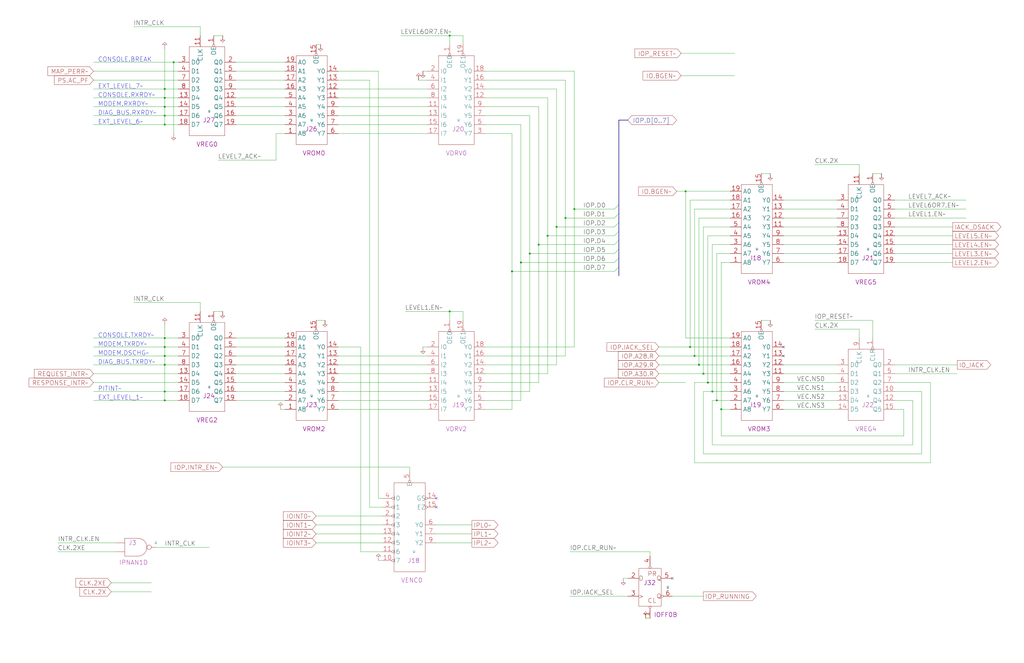
<source format=kicad_sch>
(kicad_sch (version 20220404) (generator eeschema)
  (paper "User" 584.2 378.46)
  (title_block (title "IOP\\nVECTOR GENERATION") (date "22-SEP-90") (rev "2.0") (comment 1 "IOC") (comment 2 "232-003061") (comment 3 "S400") (comment 4 "RELEASED"))
  (lib_symbols
    (symbol "r1000:F00" (pin_numbers hide) (pin_names hide)
      (property "Reference" "U" (at 15.24 0 0))
      (property "Value" "F00" (at 1.905 -5.08 0))
      (property "Location" "___" (at 1.905 0 0))
      (property "Name" "______" (at 2.54 -12.7 0))
      (symbol "F00_0_1"
        (polyline (pts (xy -2.54 -7.62) (xy 5.08 -7.62)) (stroke (width 0.1524)))
        (polyline (pts (xy -2.54 2.54) (xy -2.54 -7.62)) (stroke (width 0.1524)))
        (polyline (pts (xy -2.54 2.54) (xy 5.08 2.54)) (stroke (width 0.1524)))
        (arc (start 5.08 -7.62) (mid 10.1282 -2.54) (end 5.08 2.54) (stroke (width 0.1524)))
        (circle (center 11.43 -2.54) (radius 1.27) (stroke (width 0.1524)))
      )
      (symbol "F00_0_2"
        (circle (center -3.81 -5.08) (radius 1.27) (stroke (width 0.1524)))
        (circle (center -3.81 0) (radius 1.27) (stroke (width 0.1524)))
        (arc (start -3.175 -7.62) (mid -2.134 -2.54) (end -3.175 2.54) (stroke (width 0.1524)))
        (polyline (pts (xy -3.175 -7.62) (xy 3.81 -7.62)) (stroke (width 0.1524)))
        (polyline (pts (xy -3.175 2.54) (xy 3.81 2.54)) (stroke (width 0.1524)))
        (arc (start 3.81 -7.62) (mid 7.5855 -5.8306) (end 10.16 -2.54) (stroke (width 0.1524)))
        (arc (start 10.16 -2.54) (mid 7.5827 0.7471) (end 3.81 2.54) (stroke (width 0.1524)))
      )
      (symbol "F00_1_1"
        (pin input line (at -7.62 0 0) (length 5.08) (name "D0") (number "1"))
        (pin input line (at -7.62 -5.08 0) (length 5.08) (name "D1") (number "2"))
        (pin output line (at 15.24 -2.54 180) (length 2.54) (name "Q") (number "3"))
      )
      (symbol "F00_1_2"
        (pin input line (at -7.62 0 0) (length 2.54) (name "D0") (number "1"))
        (pin input line (at -7.62 -5.08 0) (length 2.54) (name "D1") (number "2"))
        (pin output line (at 15.24 -2.54 180) (length 5.08) (name "Q") (number "3"))
      )
    )
    (symbol "r1000:F148" (pin_names (offset 1.016))
      (property "Reference" "U" (at 2.54 5.08 0))
      (property "Value" "F148" (at -6.35 -5.08 0))
      (property "Location" "___" (at -1.27 0 0))
      (property "Name" "______" (at 1.27 -12.7 0))
      (symbol "F148_1_1"
        (circle (center -9.525 0) (radius 0.635))
        (circle (center -9.525 5.08) (radius 0.635))
        (circle (center -9.525 10.16) (radius 0.635))
        (circle (center -9.525 15.24) (radius 0.635))
        (circle (center -9.525 20.32) (radius 0.635))
        (circle (center -9.525 25.4) (radius 0.635))
        (circle (center -9.525 30.48) (radius 0.635))
        (circle (center -9.525 35.56) (radius 0.635))
        (rectangle (start -8.89 44.45) (end 8.89 -6.35))
        (circle (center 0 45.085) (radius 0.635))
        (circle (center 9.525 30.48) (radius 0.635))
        (circle (center 9.525 35.56) (radius 0.635))
        (pin input line (at -15.24 20.32 0) (length 5.08) (name "I3") (number "1"))
        (pin input line (at -15.24 0 0) (length 5.08) (name "I7") (number "10"))
        (pin input line (at -15.24 5.08 0) (length 5.08) (name "I6") (number "11"))
        (pin input line (at -15.24 10.16 0) (length 5.08) (name "I5") (number "12"))
        (pin input line (at -15.24 15.24 0) (length 5.08) (name "I4") (number "13"))
        (pin output line (at 15.24 35.56 180) (length 5.08) (name "GS") (number "14"))
        (pin output line (at 15.24 30.48 180) (length 5.08) (name "EZ") (number "15"))
        (pin input line (at -15.24 25.4 0) (length 5.08) (name "I2") (number "2"))
        (pin input line (at -15.24 30.48 0) (length 5.08) (name "I1") (number "3"))
        (pin input line (at -15.24 35.56 0) (length 5.08) (name "I0") (number "4"))
        (pin input line (at 0 50.8 270) (length 5.08) (name "E") (number "5"))
        (pin output line (at 15.24 20.32 180) (length 6.35) (name "Y0") (number "6"))
        (pin output line (at 15.24 15.24 180) (length 6.35) (name "Y1") (number "7"))
        (pin output line (at 15.24 10.16 180) (length 6.35) (name "Y2") (number "9"))
      )
    )
    (symbol "r1000:F174" (pin_names (offset 1.016))
      (property "Reference" "U" (at 2.54 5.08 0))
      (property "Value" "F174" (at -3.81 -7.62 0))
      (property "Location" "___" (at -1.27 0 0))
      (property "Name" "______" (at 1.27 -15.24 0))
      (symbol "F174_1_1"
        (rectangle (start -8.89 31.75) (end 11.43 -8.89))
        (circle (center 5.08 32.385) (radius 0.635))
        (pin input line (at 5.08 38.1 270) (length 5.08) (name "CLR") (number "1"))
        (pin output line (at 17.78 7.62 180) (length 6.35) (name "Q3") (number "10"))
        (pin input line (at -15.24 7.62 0) (length 6.35) (name "D3") (number "11"))
        (pin output line (at 17.78 2.54 180) (length 6.35) (name "Q4") (number "12"))
        (pin input line (at -15.24 2.54 0) (length 6.35) (name "D4") (number "13"))
        (pin input line (at -15.24 -2.54 0) (length 6.35) (name "D5") (number "14"))
        (pin output line (at 17.78 -2.54 180) (length 6.35) (name "Q5") (number "15"))
        (pin output line (at 17.78 22.86 180) (length 6.35) (name "Q0") (number "2"))
        (pin input line (at -15.24 22.86 0) (length 6.35) (name "D0") (number "3"))
        (pin input line (at -15.24 17.78 0) (length 6.35) (name "D1") (number "4"))
        (pin output line (at 17.78 17.78 180) (length 6.35) (name "Q1") (number "5"))
        (pin input line (at -15.24 12.7 0) (length 6.35) (name "D2") (number "6"))
        (pin output line (at 17.78 12.7 180) (length 6.35) (name "Q2") (number "7"))
        (pin input line (at -2.54 38.1 270) (length 6.35) (name "CLK") (number "9"))
      )
    )
    (symbol "r1000:F244" (pin_names (offset 1.016))
      (property "Reference" "U" (at 2.54 5.08 0))
      (property "Value" "F244" (at -3.81 -7.62 0))
      (property "Location" "___" (at -1.27 0 0))
      (property "Name" "______" (at 1.27 -15.24 0))
      (symbol "F244_1_1"
        (rectangle (start -8.89 41.91) (end 11.43 -8.89))
        (circle (center -2.54 42.545) (radius 0.635))
        (circle (center 5.08 42.545) (radius 0.635))
        (pin input line (at -2.54 48.26 270) (length 5.08) (name "OE0") (number "1"))
        (pin input line (at -15.24 12.7 0) (length 6.35) (name "I4") (number "11"))
        (pin tri_state line (at 17.78 17.78 180) (length 6.35) (name "Y3") (number "12"))
        (pin input line (at -15.24 7.62 0) (length 6.35) (name "I5") (number "13"))
        (pin tri_state line (at 17.78 22.86 180) (length 6.35) (name "Y2") (number "14"))
        (pin input line (at -15.24 2.54 0) (length 6.35) (name "I6") (number "15"))
        (pin tri_state line (at 17.78 27.94 180) (length 6.35) (name "Y1") (number "16"))
        (pin input line (at -15.24 -2.54 0) (length 6.35) (name "I7") (number "17"))
        (pin tri_state line (at 17.78 33.02 180) (length 6.35) (name "Y0") (number "18"))
        (pin input line (at 5.08 48.26 270) (length 5.08) (name "OE1") (number "19"))
        (pin input line (at -15.24 33.02 0) (length 6.35) (name "I0") (number "2"))
        (pin tri_state line (at 17.78 -2.54 180) (length 6.35) (name "Y7") (number "3"))
        (pin input line (at -15.24 27.94 0) (length 6.35) (name "I1") (number "4"))
        (pin tri_state line (at 17.78 2.54 180) (length 6.35) (name "Y6") (number "5"))
        (pin input line (at -15.24 22.86 0) (length 6.35) (name "I2") (number "6"))
        (pin tri_state line (at 17.78 7.62 180) (length 6.35) (name "Y5") (number "7"))
        (pin input line (at -15.24 17.78 0) (length 6.35) (name "I3") (number "8"))
        (pin tri_state line (at 17.78 12.7 180) (length 6.35) (name "Y4") (number "9"))
      )
    )
    (symbol "r1000:F374" (pin_names (offset 1.016))
      (property "Reference" "U" (at 2.54 5.08 0))
      (property "Value" "F374" (at -3.81 -7.62 0))
      (property "Location" "___" (at -1.27 0 0))
      (property "Name" "______" (at 1.27 -15.24 0))
      (symbol "F374_1_1"
        (rectangle (start -8.89 41.91) (end 11.43 -8.89))
        (circle (center 5.08 42.545) (radius 0.635))
        (pin input line (at 5.08 48.26 270) (length 5.08) (name "OE") (number "1"))
        (pin input line (at -2.54 48.26 270) (length 6.35) (name "CLK") (number "11"))
        (pin tri_state line (at 17.78 12.7 180) (length 6.35) (name "Q4") (number "12"))
        (pin input line (at -15.24 12.7 0) (length 6.35) (name "D4") (number "13"))
        (pin input line (at -15.24 7.62 0) (length 6.35) (name "D5") (number "14"))
        (pin tri_state line (at 17.78 7.62 180) (length 6.35) (name "Q5") (number "15"))
        (pin tri_state line (at 17.78 2.54 180) (length 6.35) (name "Q6") (number "16"))
        (pin input line (at -15.24 2.54 0) (length 6.35) (name "D6") (number "17"))
        (pin input line (at -15.24 -2.54 0) (length 6.35) (name "D7") (number "18"))
        (pin tri_state line (at 17.78 -2.54 180) (length 6.35) (name "Q7") (number "19"))
        (pin tri_state line (at 17.78 33.02 180) (length 6.35) (name "Q0") (number "2"))
        (pin input line (at -15.24 33.02 0) (length 6.35) (name "D0") (number "3"))
        (pin input line (at -15.24 27.94 0) (length 6.35) (name "D1") (number "4"))
        (pin tri_state line (at 17.78 27.94 180) (length 6.35) (name "Q1") (number "5"))
        (pin tri_state line (at 17.78 22.86 180) (length 6.35) (name "Q2") (number "6"))
        (pin input line (at -15.24 22.86 0) (length 6.35) (name "D2") (number "7"))
        (pin input line (at -15.24 17.78 0) (length 6.35) (name "D3") (number "8"))
        (pin tri_state line (at 17.78 17.78 180) (length 6.35) (name "Q3") (number "9"))
      )
    )
    (symbol "r1000:F74" (pin_names (offset 1.016) hide)
      (property "Reference" "U" (at 12.7 -2.54 0))
      (property "Value" "F74" (at -1.27 -5.08 0))
      (property "Location" "___" (at -1.27 0 0))
      (property "Name" "______" (at 11.43 -19.685 0))
      (symbol "F74_0_1"
        (rectangle (start -3.81 8.255) (end 8.89 -13.335) (stroke (width 0.1524)))
        (polyline (pts (xy 2.54 -15.24) (xy 2.54 -14.605)) (stroke (width 0.1524)))
        (polyline (pts (xy 2.54 10.16) (xy 2.54 9.525)) (stroke (width 0.1524)))
      )
      (symbol "F74_1_1"
        (circle (center 2.54 -13.97) (radius 0.635))
        (circle (center 2.54 8.89) (radius 0.635))
        (circle (center 9.525 -7.62) (radius 0.635))
        (text ">" (at -2.54 -7.62 0) (effects (font (size 2.54 2.54))))
        (text "C" (at 2.54 -10.16 0) (effects (font (size 2.54 2.54))))
        (text "D" (at -2.54 2.54 0) (effects (font (size 2.54 2.54))))
        (text "L" (at 5.08 -10.16 0) (effects (font (size 2.54 2.54))))
        (text "P" (at 2.54 5.08 0) (effects (font (size 2.54 2.54))))
        (text "Q" (at 7.62 -7.62 0) (effects (font (size 2.54 2.54))))
        (text "Q" (at 7.62 2.54 0) (effects (font (size 2.54 2.54))))
        (text "R" (at 5.08 5.08 0) (effects (font (size 2.54 2.54))))
        (pin input line (at 2.54 -20.32 90) (length 5.08) (name "CL_") (number "1"))
        (pin input line (at -10.16 2.54 0) (length 6.35) (name "D") (number "2"))
        (pin input line (at -10.16 -7.62 0) (length 6.35) (name "CLK") (number "3"))
        (pin input line (at 2.54 15.24 270) (length 5.08) (name "PR_") (number "4"))
        (pin output line (at 15.24 2.54 180) (length 6.35) (name "Q") (number "5"))
        (pin output line (at 15.24 -7.62 180) (length 5.08) (name "Q_") (number "6"))
      )
    )
    (symbol "r1000:PAxxx" (pin_names (offset 1.016))
      (property "Reference" "U" (at 2.54 5.08 0))
      (property "Value" "PAxxx" (at -3.81 -7.62 0))
      (property "Location" "___" (at -1.27 0 0))
      (property "Name" "______" (at 3.81 -15.24 0))
      (symbol "PAxxx_1_1"
        (rectangle (start -6.35 41.91) (end 11.43 -8.89))
        (circle (center 5.08 42.545) (radius 0.635))
        (pin input line (at -12.7 -2.54 0) (length 6.35) (name "A8") (number "1"))
        (pin tri_state line (at 17.78 17.78 180) (length 6.35) (name "Y3") (number "11"))
        (pin tri_state line (at 17.78 22.86 180) (length 6.35) (name "Y2") (number "12"))
        (pin tri_state line (at 17.78 27.94 180) (length 6.35) (name "Y1") (number "13"))
        (pin tri_state line (at 17.78 33.02 180) (length 6.35) (name "Y0") (number "14"))
        (pin input line (at 5.08 48.26 270) (length 5.08) (name "OE") (number "15"))
        (pin input line (at -12.7 22.86 0) (length 6.35) (name "A3") (number "16"))
        (pin input line (at -12.7 27.94 0) (length 6.35) (name "A2") (number "17"))
        (pin input line (at -12.7 33.02 0) (length 6.35) (name "A1") (number "18"))
        (pin input line (at -12.7 38.1 0) (length 6.35) (name "A0") (number "19"))
        (pin input line (at -12.7 2.54 0) (length 6.35) (name "A7") (number "2"))
        (pin input line (at -12.7 7.62 0) (length 6.35) (name "A6") (number "3"))
        (pin input line (at -12.7 12.7 0) (length 6.35) (name "A5") (number "4"))
        (pin input line (at -12.7 17.78 0) (length 6.35) (name "A4") (number "5"))
        (pin tri_state line (at 17.78 -2.54 180) (length 6.35) (name "Y7") (number "6"))
        (pin tri_state line (at 17.78 2.54 180) (length 6.35) (name "Y6") (number "7"))
        (pin tri_state line (at 17.78 7.62 180) (length 6.35) (name "Y5") (number "8"))
        (pin tri_state line (at 17.78 12.7 180) (length 6.35) (name "Y4") (number "9"))
      )
    )
    (symbol "r1000:PD" (power) (pin_numbers hide) (pin_names hide) (in_bom no)
      (symbol "PD_0_1"
        (polyline (pts (xy 0 -2.54) (xy 1.27 -2.54) (xy 0 -3.81) (xy -1.27 -2.54) (xy 0 -2.54)) (stroke (width 0.1524)))
      )
      (symbol "PD_1_1"
        (pin power_in line (at 0 0 270) (length 2.54) (name "PD") (number "1"))
      )
    )
    (symbol "r1000:PU" (power) (pin_numbers hide) (pin_names hide)
      (symbol "PU_0_1"
        (polyline (pts (xy 0 2.54) (xy -1.27 2.54) (xy 0 3.81) (xy 1.27 2.54) (xy 0 2.54)) (stroke (width 0.1524)))
      )
      (symbol "PU_1_1"
        (pin power_in line (at 0 0 90) (length 2.54) (name "PU") (number "1"))
      )
    )
  )
  (junction (at 256.54 177.8))
  (junction (at 396.24 203.2))
  (junction (at 401.32 213.36))
  (junction (at 297.18 149.86))
  (junction (at 322.58 124.46))
  (junction (at 93.98 228.6))
  (junction (at 93.98 60.96))
  (junction (at 93.98 223.52))
  (junction (at 93.98 71.12))
  (junction (at 403.86 218.44))
  (junction (at 307.34 139.7))
  (junction (at 406.4 223.52))
  (junction (at 398.78 208.28))
  (junction (at 93.98 55.88))
  (junction (at 302.26 144.78))
  (junction (at 327.66 119.38))
  (junction (at 408.94 228.6))
  (junction (at 256.54 20.32))
  (junction (at 93.98 198.12))
  (junction (at 93.98 203.2))
  (junction (at 93.98 208.28))
  (junction (at 93.98 50.8))
  (junction (at 411.48 233.68))
  (junction (at 317.5 129.54))
  (junction (at 99.06 35.56))
  (junction (at 391.16 109.22))
  (junction (at 93.98 66.04))
  (junction (at 312.42 134.62))
  (junction (at 93.98 193.04))
  (junction (at 292.1 154.94))
  (junction (at 393.7 198.12))
  (no_connect (at 447.04 198.12))
  (no_connect (at 248.92 284.48))
  (no_connect (at 248.92 289.56))
  (no_connect (at 447.04 203.2))
  (no_connect (at 383.54 330.2))
  (bus_entry (at 353.06 147.32) (size -2.54 2.54))
  (bus_entry (at 353.06 116.84) (size -2.54 2.54))
  (bus_entry (at 353.06 142.24) (size -2.54 2.54))
  (bus_entry (at 353.06 127) (size -2.54 2.54))
  (bus_entry (at 353.06 121.92) (size -2.54 2.54))
  (bus_entry (at 353.06 132.08) (size -2.54 2.54))
  (bus_entry (at 353.06 137.16) (size -2.54 2.54))
  (bus_entry (at 353.06 152.4) (size -2.54 2.54))
  (wire (pts (xy 510.54 124.46) (xy 551.18 124.46)))
  (wire (pts (xy 447.04 139.7) (xy 477.52 139.7)))
  (wire (pts (xy 406.4 254) (xy 406.4 228.6)))
  (wire (pts (xy 33.02 314.96) (xy 66.04 314.96)))
  (bus (pts (xy 353.06 142.24) (xy 353.06 147.32)))
  (wire (pts (xy 510.54 213.36) (xy 546.1 213.36)))
  (wire (pts (xy 256.54 177.8) (xy 256.54 182.88)))
  (wire (pts (xy 134.62 66.04) (xy 162.56 66.04)))
  (wire (pts (xy 510.54 134.62) (xy 543.56 134.62)))
  (wire (pts (xy 447.04 149.86) (xy 477.52 149.86)))
  (wire (pts (xy 210.82 289.56) (xy 218.44 289.56)))
  (wire (pts (xy 510.54 114.3) (xy 551.18 114.3)))
  (wire (pts (xy 510.54 129.54) (xy 543.56 129.54)))
  (wire (pts (xy 193.04 45.72) (xy 210.82 45.72)))
  (wire (pts (xy 317.5 208.28) (xy 317.5 129.54)))
  (wire (pts (xy 327.66 198.12) (xy 327.66 119.38)))
  (wire (pts (xy 434.34 182.88) (xy 439.42 182.88)))
  (bus (pts (xy 353.06 121.92) (xy 353.06 127)))
  (wire (pts (xy 447.04 233.68) (xy 477.52 233.68)))
  (wire (pts (xy 134.62 223.52) (xy 162.56 223.52)))
  (wire (pts (xy 391.16 109.22) (xy 416.56 109.22)))
  (wire (pts (xy 375.92 218.44) (xy 391.16 218.44)))
  (wire (pts (xy 388.62 43.18) (xy 419.1 43.18)))
  (wire (pts (xy 396.24 119.38) (xy 396.24 203.2)))
  (wire (pts (xy 53.34 193.04) (xy 93.98 193.04)))
  (wire (pts (xy 297.18 228.6) (xy 297.18 149.86)))
  (wire (pts (xy 447.04 218.44) (xy 477.52 218.44)))
  (wire (pts (xy 248.92 299.72) (xy 269.24 299.72)))
  (wire (pts (xy 327.66 40.64) (xy 327.66 119.38)))
  (wire (pts (xy 510.54 149.86) (xy 543.56 149.86)))
  (wire (pts (xy 180.34 294.64) (xy 218.44 294.64)))
  (wire (pts (xy 231.14 177.8) (xy 256.54 177.8)))
  (wire (pts (xy 53.34 66.04) (xy 93.98 66.04)))
  (wire (pts (xy 76.2 15.24) (xy 114.3 15.24)))
  (wire (pts (xy 88.9 312.42) (xy 119.38 312.42)))
  (wire (pts (xy 53.34 50.8) (xy 93.98 50.8)))
  (wire (pts (xy 447.04 114.3) (xy 477.52 114.3)))
  (wire (pts (xy 350.52 144.78) (xy 302.26 144.78)))
  (wire (pts (xy 193.04 228.6) (xy 243.84 228.6)))
  (wire (pts (xy 134.62 55.88) (xy 162.56 55.88)))
  (wire (pts (xy 193.04 203.2) (xy 243.84 203.2)))
  (wire (pts (xy 391.16 109.22) (xy 391.16 193.04)))
  (wire (pts (xy 134.62 213.36) (xy 162.56 213.36)))
  (wire (pts (xy 408.94 144.78) (xy 416.56 144.78)))
  (wire (pts (xy 297.18 71.12) (xy 297.18 149.86)))
  (wire (pts (xy 193.04 66.04) (xy 243.84 66.04)))
  (wire (pts (xy 355.6 330.2) (xy 358.14 330.2)))
  (wire (pts (xy 307.34 60.96) (xy 307.34 139.7)))
  (wire (pts (xy 447.04 129.54) (xy 477.52 129.54)))
  (bus (pts (xy 353.06 137.16) (xy 353.06 142.24)))
  (wire (pts (xy 53.34 40.64) (xy 101.6 40.64)))
  (wire (pts (xy 53.34 198.12) (xy 93.98 198.12)))
  (wire (pts (xy 276.86 218.44) (xy 307.34 218.44)))
  (wire (pts (xy 93.98 50.8) (xy 101.6 50.8)))
  (wire (pts (xy 312.42 134.62) (xy 312.42 55.88)))
  (bus (pts (xy 353.06 132.08) (xy 353.06 137.16)))
  (wire (pts (xy 464.82 93.98) (xy 490.22 93.98)))
  (wire (pts (xy 157.48 91.44) (xy 157.48 76.2)))
  (wire (pts (xy 76.2 172.72) (xy 114.3 172.72)))
  (wire (pts (xy 180.34 25.4) (xy 182.88 25.4)))
  (wire (pts (xy 530.86 264.16) (xy 396.24 264.16)))
  (wire (pts (xy 447.04 213.36) (xy 477.52 213.36)))
  (wire (pts (xy 134.62 71.12) (xy 162.56 71.12)))
  (wire (pts (xy 383.54 340.36) (xy 401.32 340.36)))
  (wire (pts (xy 302.26 144.78) (xy 302.26 223.52)))
  (wire (pts (xy 121.92 20.32) (xy 127 20.32)))
  (wire (pts (xy 276.86 55.88) (xy 312.42 55.88)))
  (wire (pts (xy 276.86 208.28) (xy 317.5 208.28)))
  (wire (pts (xy 93.98 71.12) (xy 101.6 71.12)))
  (wire (pts (xy 93.98 208.28) (xy 93.98 223.52)))
  (wire (pts (xy 256.54 20.32) (xy 264.16 20.32)))
  (bus (pts (xy 353.06 68.58) (xy 358.14 68.58)))
  (wire (pts (xy 193.04 55.88) (xy 243.84 55.88)))
  (wire (pts (xy 193.04 233.68) (xy 243.84 233.68)))
  (wire (pts (xy 276.86 50.8) (xy 317.5 50.8)))
  (wire (pts (xy 447.04 208.28) (xy 477.52 208.28)))
  (wire (pts (xy 193.04 50.8) (xy 243.84 50.8)))
  (wire (pts (xy 398.78 124.46) (xy 416.56 124.46)))
  (wire (pts (xy 264.16 177.8) (xy 264.16 182.88)))
  (wire (pts (xy 403.86 218.44) (xy 416.56 218.44)))
  (wire (pts (xy 403.86 218.44) (xy 403.86 134.62)))
  (wire (pts (xy 53.34 35.56) (xy 99.06 35.56)))
  (wire (pts (xy 63.5 332.74) (xy 86.36 332.74)))
  (wire (pts (xy 411.48 248.92) (xy 411.48 233.68)))
  (wire (pts (xy 416.56 114.3) (xy 393.7 114.3)))
  (bus (pts (xy 353.06 68.58) (xy 353.06 116.84)))
  (wire (pts (xy 93.98 203.2) (xy 93.98 208.28)))
  (wire (pts (xy 447.04 144.78) (xy 477.52 144.78)))
  (wire (pts (xy 180.34 182.88) (xy 185.42 182.88)))
  (wire (pts (xy 276.86 60.96) (xy 307.34 60.96)))
  (wire (pts (xy 510.54 119.38) (xy 551.18 119.38)))
  (wire (pts (xy 93.98 60.96) (xy 93.98 66.04)))
  (wire (pts (xy 401.32 129.54) (xy 401.32 213.36)))
  (wire (pts (xy 134.62 35.56) (xy 162.56 35.56)))
  (wire (pts (xy 510.54 223.52) (xy 525.78 223.52)))
  (wire (pts (xy 93.98 55.88) (xy 93.98 60.96)))
  (wire (pts (xy 350.52 134.62) (xy 312.42 134.62)))
  (wire (pts (xy 93.98 66.04) (xy 101.6 66.04)))
  (wire (pts (xy 307.34 218.44) (xy 307.34 139.7)))
  (wire (pts (xy 93.98 193.04) (xy 93.98 198.12)))
  (wire (pts (xy 322.58 45.72) (xy 276.86 45.72)))
  (wire (pts (xy 63.5 337.82) (xy 86.36 337.82)))
  (wire (pts (xy 233.68 266.7) (xy 233.68 269.24)))
  (wire (pts (xy 322.58 124.46) (xy 322.58 203.2)))
  (wire (pts (xy 134.62 203.2) (xy 162.56 203.2)))
  (wire (pts (xy 375.92 208.28) (xy 398.78 208.28)))
  (wire (pts (xy 396.24 218.44) (xy 403.86 218.44)))
  (wire (pts (xy 447.04 124.46) (xy 477.52 124.46)))
  (wire (pts (xy 350.52 124.46) (xy 322.58 124.46)))
  (wire (pts (xy 297.18 149.86) (xy 350.52 149.86)))
  (wire (pts (xy 180.34 309.88) (xy 218.44 309.88)))
  (wire (pts (xy 292.1 233.68) (xy 276.86 233.68)))
  (wire (pts (xy 248.92 304.8) (xy 269.24 304.8)))
  (wire (pts (xy 53.34 203.2) (xy 93.98 203.2)))
  (wire (pts (xy 121.92 177.8) (xy 127 177.8)))
  (wire (pts (xy 134.62 218.44) (xy 162.56 218.44)))
  (wire (pts (xy 520.7 254) (xy 406.4 254)))
  (wire (pts (xy 127 266.7) (xy 233.68 266.7)))
  (wire (pts (xy 398.78 208.28) (xy 416.56 208.28)))
  (wire (pts (xy 312.42 134.62) (xy 312.42 213.36)))
  (wire (pts (xy 396.24 264.16) (xy 396.24 218.44)))
  (wire (pts (xy 317.5 129.54) (xy 350.52 129.54)))
  (wire (pts (xy 134.62 40.64) (xy 162.56 40.64)))
  (wire (pts (xy 205.74 198.12) (xy 205.74 314.96)))
  (wire (pts (xy 93.98 50.8) (xy 93.98 55.88)))
  (wire (pts (xy 53.34 55.88) (xy 93.98 55.88)))
  (wire (pts (xy 317.5 50.8) (xy 317.5 129.54)))
  (wire (pts (xy 302.26 66.04) (xy 276.86 66.04)))
  (wire (pts (xy 180.34 304.8) (xy 218.44 304.8)))
  (wire (pts (xy 411.48 233.68) (xy 416.56 233.68)))
  (wire (pts (xy 93.98 60.96) (xy 101.6 60.96)))
  (wire (pts (xy 134.62 198.12) (xy 162.56 198.12)))
  (wire (pts (xy 292.1 76.2) (xy 276.86 76.2)))
  (wire (pts (xy 403.86 134.62) (xy 416.56 134.62)))
  (wire (pts (xy 302.26 223.52) (xy 276.86 223.52)))
  (wire (pts (xy 241.3 198.12) (xy 243.84 198.12)))
  (wire (pts (xy 215.9 320.04) (xy 218.44 320.04)))
  (wire (pts (xy 401.32 213.36) (xy 416.56 213.36)))
  (wire (pts (xy 193.04 198.12) (xy 205.74 198.12)))
  (wire (pts (xy 53.34 228.6) (xy 93.98 228.6)))
  (wire (pts (xy 525.78 223.52) (xy 525.78 259.08)))
  (wire (pts (xy 53.34 223.52) (xy 93.98 223.52)))
  (wire (pts (xy 398.78 208.28) (xy 398.78 124.46)))
  (wire (pts (xy 325.12 340.36) (xy 358.14 340.36)))
  (wire (pts (xy 325.12 314.96) (xy 370.84 314.96)))
  (wire (pts (xy 515.62 248.92) (xy 411.48 248.92)))
  (wire (pts (xy 447.04 223.52) (xy 477.52 223.52)))
  (wire (pts (xy 510.54 228.6) (xy 520.7 228.6)))
  (wire (pts (xy 193.04 208.28) (xy 243.84 208.28)))
  (wire (pts (xy 241.3 40.64) (xy 243.84 40.64)))
  (wire (pts (xy 510.54 144.78) (xy 543.56 144.78)))
  (wire (pts (xy 490.22 93.98) (xy 490.22 99.06)))
  (wire (pts (xy 411.48 149.86) (xy 411.48 233.68)))
  (wire (pts (xy 406.4 228.6) (xy 408.94 228.6)))
  (wire (pts (xy 370.84 314.96) (xy 370.84 317.5)))
  (wire (pts (xy 264.16 20.32) (xy 264.16 25.4)))
  (wire (pts (xy 416.56 139.7) (xy 406.4 139.7)))
  (wire (pts (xy 93.98 193.04) (xy 101.6 193.04)))
  (wire (pts (xy 312.42 213.36) (xy 276.86 213.36)))
  (wire (pts (xy 396.24 203.2) (xy 416.56 203.2)))
  (wire (pts (xy 408.94 228.6) (xy 416.56 228.6)))
  (wire (pts (xy 93.98 208.28) (xy 101.6 208.28)))
  (wire (pts (xy 302.26 144.78) (xy 302.26 66.04)))
  (wire (pts (xy 408.94 228.6) (xy 408.94 144.78)))
  (wire (pts (xy 393.7 114.3) (xy 393.7 198.12)))
  (wire (pts (xy 515.62 233.68) (xy 515.62 248.92)))
  (bus (pts (xy 353.06 152.4) (xy 353.06 157.48)))
  (wire (pts (xy 416.56 149.86) (xy 411.48 149.86)))
  (wire (pts (xy 193.04 71.12) (xy 243.84 71.12)))
  (wire (pts (xy 322.58 203.2) (xy 276.86 203.2)))
  (wire (pts (xy 193.04 213.36) (xy 243.84 213.36)))
  (wire (pts (xy 464.82 187.96) (xy 490.22 187.96)))
  (wire (pts (xy 53.34 71.12) (xy 93.98 71.12)))
  (wire (pts (xy 193.04 76.2) (xy 243.84 76.2)))
  (wire (pts (xy 510.54 139.7) (xy 543.56 139.7)))
  (wire (pts (xy 391.16 193.04) (xy 416.56 193.04)))
  (wire (pts (xy 307.34 139.7) (xy 350.52 139.7)))
  (wire (pts (xy 350.52 154.94) (xy 292.1 154.94)))
  (wire (pts (xy 434.34 99.06) (xy 439.42 99.06)))
  (wire (pts (xy 276.86 71.12) (xy 297.18 71.12)))
  (wire (pts (xy 525.78 259.08) (xy 401.32 259.08)))
  (wire (pts (xy 292.1 154.94) (xy 292.1 76.2)))
  (wire (pts (xy 388.62 30.48) (xy 419.1 30.48)))
  (wire (pts (xy 416.56 119.38) (xy 396.24 119.38)))
  (wire (pts (xy 375.92 213.36) (xy 401.32 213.36)))
  (wire (pts (xy 134.62 45.72) (xy 162.56 45.72)))
  (wire (pts (xy 180.34 299.72) (xy 218.44 299.72)))
  (wire (pts (xy 93.98 198.12) (xy 93.98 203.2)))
  (wire (pts (xy 114.3 172.72) (xy 114.3 177.8)))
  (wire (pts (xy 93.98 55.88) (xy 101.6 55.88)))
  (wire (pts (xy 393.7 198.12) (xy 416.56 198.12)))
  (wire (pts (xy 93.98 185.42) (xy 93.98 193.04)))
  (wire (pts (xy 447.04 134.62) (xy 477.52 134.62)))
  (wire (pts (xy 276.86 198.12) (xy 327.66 198.12)))
  (wire (pts (xy 93.98 203.2) (xy 101.6 203.2)))
  (wire (pts (xy 401.32 259.08) (xy 401.32 223.52)))
  (wire (pts (xy 134.62 228.6) (xy 162.56 228.6)))
  (wire (pts (xy 210.82 45.72) (xy 210.82 289.56)))
  (wire (pts (xy 375.92 198.12) (xy 393.7 198.12)))
  (wire (pts (xy 510.54 208.28) (xy 546.1 208.28)))
  (wire (pts (xy 406.4 139.7) (xy 406.4 223.52)))
  (wire (pts (xy 228.6 20.32) (xy 256.54 20.32)))
  (wire (pts (xy 53.34 45.72) (xy 101.6 45.72)))
  (wire (pts (xy 53.34 213.36) (xy 101.6 213.36)))
  (wire (pts (xy 401.32 223.52) (xy 406.4 223.52)))
  (wire (pts (xy 520.7 228.6) (xy 520.7 254)))
  (wire (pts (xy 215.9 40.64) (xy 215.9 284.48)))
  (wire (pts (xy 33.02 309.88) (xy 66.04 309.88)))
  (wire (pts (xy 53.34 208.28) (xy 93.98 208.28)))
  (wire (pts (xy 256.54 20.32) (xy 256.54 25.4)))
  (bus (pts (xy 353.06 116.84) (xy 353.06 121.92)))
  (wire (pts (xy 157.48 76.2) (xy 162.56 76.2)))
  (wire (pts (xy 93.98 228.6) (xy 101.6 228.6)))
  (bus (pts (xy 353.06 127) (xy 353.06 132.08)))
  (wire (pts (xy 53.34 218.44) (xy 101.6 218.44)))
  (wire (pts (xy 497.84 99.06) (xy 502.92 99.06)))
  (wire (pts (xy 193.04 40.64) (xy 215.9 40.64)))
  (wire (pts (xy 497.84 182.88) (xy 497.84 193.04)))
  (wire (pts (xy 193.04 218.44) (xy 243.84 218.44)))
  (wire (pts (xy 193.04 223.52) (xy 243.84 223.52)))
  (wire (pts (xy 134.62 60.96) (xy 162.56 60.96)))
  (wire (pts (xy 215.9 284.48) (xy 218.44 284.48)))
  (wire (pts (xy 510.54 218.44) (xy 530.86 218.44)))
  (wire (pts (xy 93.98 223.52) (xy 101.6 223.52)))
  (wire (pts (xy 447.04 228.6) (xy 477.52 228.6)))
  (wire (pts (xy 292.1 154.94) (xy 292.1 233.68)))
  (wire (pts (xy 193.04 60.96) (xy 243.84 60.96)))
  (wire (pts (xy 530.86 218.44) (xy 530.86 264.16)))
  (wire (pts (xy 276.86 40.64) (xy 327.66 40.64)))
  (wire (pts (xy 93.98 198.12) (xy 101.6 198.12)))
  (wire (pts (xy 124.46 91.44) (xy 157.48 91.44)))
  (wire (pts (xy 53.34 60.96) (xy 93.98 60.96)))
  (wire (pts (xy 93.98 66.04) (xy 93.98 71.12)))
  (wire (pts (xy 447.04 119.38) (xy 477.52 119.38)))
  (wire (pts (xy 386.08 109.22) (xy 391.16 109.22)))
  (wire (pts (xy 99.06 35.56) (xy 99.06 76.2)))
  (wire (pts (xy 406.4 223.52) (xy 416.56 223.52)))
  (wire (pts (xy 276.86 228.6) (xy 297.18 228.6)))
  (wire (pts (xy 93.98 27.94) (xy 93.98 50.8)))
  (wire (pts (xy 134.62 193.04) (xy 162.56 193.04)))
  (wire (pts (xy 205.74 314.96) (xy 218.44 314.96)))
  (wire (pts (xy 368.3 353.06) (xy 370.84 353.06)))
  (wire (pts (xy 327.66 119.38) (xy 350.52 119.38)))
  (wire (pts (xy 99.06 35.56) (xy 101.6 35.56)))
  (wire (pts (xy 93.98 223.52) (xy 93.98 228.6)))
  (wire (pts (xy 322.58 124.46) (xy 322.58 45.72)))
  (wire (pts (xy 248.92 309.88) (xy 269.24 309.88)))
  (wire (pts (xy 134.62 50.8) (xy 162.56 50.8)))
  (wire (pts (xy 510.54 233.68) (xy 515.62 233.68)))
  (wire (pts (xy 160.02 233.68) (xy 162.56 233.68)))
  (wire (pts (xy 114.3 15.24) (xy 114.3 20.32)))
  (wire (pts (xy 238.76 45.72) (xy 243.84 45.72)))
  (wire (pts (xy 256.54 177.8) (xy 264.16 177.8)))
  (wire (pts (xy 416.56 129.54) (xy 401.32 129.54)))
  (wire (pts (xy 134.62 208.28) (xy 162.56 208.28)))
  (wire (pts (xy 490.22 187.96) (xy 490.22 193.04)))
  (wire (pts (xy 464.82 182.88) (xy 497.84 182.88)))
  (bus (pts (xy 353.06 147.32) (xy 353.06 152.4)))
  (wire (pts (xy 375.92 203.2) (xy 396.24 203.2)))
  (text "CONSOLE.TXRDY~" (at 55.88 193.04 0) (effects (font (size 2.54 2.54)) (justify left bottom)))
  (text "CONSOLE.RXRDY~" (at 55.88 55.88 0) (effects (font (size 2.54 2.54)) (justify left bottom)))
  (text "EXT_LEVEL_7~" (at 55.88 50.8 0) (effects (font (size 2.54 2.54)) (justify left bottom)))
  (text "PITINT~" (at 55.88 223.52 0) (effects (font (size 2.54 2.54)) (justify left bottom)))
  (text "DIAG_BUS.TXRDY~" (at 55.88 208.28 0) (effects (font (size 2.54 2.54)) (justify left bottom)))
  (text "MODEM.TXRDY~" (at 55.88 198.12 0) (effects (font (size 2.54 2.54)) (justify left bottom)))
  (text "EXT_LEVEL_1~" (at 55.88 228.6 0) (effects (font (size 2.54 2.54)) (justify left bottom)))
  (text "CONSOLE.BREAK" (at 55.88 35.56 0) (effects (font (size 2.54 2.54)) (justify left bottom)))
  (text "MODEM.RXRDY~" (at 55.88 60.96 0) (effects (font (size 2.54 2.54)) (justify left bottom)))
  (text "MODEM.DSCHG~" (at 55.88 203.2 0) (effects (font (size 2.54 2.54)) (justify left bottom)))
  (text "EXT_LEVEL_6~" (at 55.88 71.12 0) (effects (font (size 2.54 2.54)) (justify left bottom)))
  (text "DIAG_BUS.RXRDY~" (at 55.88 66.04 0) (effects (font (size 2.54 2.54)) (justify left bottom)))
  (label "VEC.NS2" (at 454.66 228.6 0) (effects (font (size 2.54 2.54))))
  (label "INTR_CLK" (at 93.98 312.42 0) (effects (font (size 2.54 2.54))))
  (label "CLK.2X" (at 464.82 93.98 0) (effects (font (size 2.54 2.54))))
  (label "IOP.D3" (at 332.74 134.62 0) (effects (font (size 2.54 2.54))))
  (label "INTR_CLK" (at 76.2 172.72 0) (effects (font (size 2.54 2.54))))
  (label "INTR_CLK" (at 76.2 15.24 0) (effects (font (size 2.54 2.54))))
  (label "LEVEL7_ACK~" (at 124.46 91.44 0) (effects (font (size 2.54 2.54))))
  (label "LEVEL1.EN~" (at 518.16 124.46 0) (effects (font (size 2.54 2.54))))
  (label "LEVEL6OR7.EN~" (at 518.16 119.38 0) (effects (font (size 2.54 2.54))))
  (label "VEC.NS1" (at 454.66 223.52 0) (effects (font (size 2.54 2.54))))
  (label "VEC.NS3" (at 454.66 233.68 0) (effects (font (size 2.54 2.54))))
  (label "IOP.D2" (at 332.74 129.54 0) (effects (font (size 2.54 2.54))))
  (label "IOP.IACK_SEL" (at 325.12 340.36 0) (effects (font (size 2.54 2.54))))
  (label "IOP_RESET~" (at 464.82 182.88 0) (effects (font (size 2.54 2.54))))
  (label "LEVEL7_ACK~" (at 518.16 114.3 0) (effects (font (size 2.54 2.54))))
  (label "IOP.D4" (at 332.74 139.7 0) (effects (font (size 2.54 2.54))))
  (label "INTR_CLK.EN" (at 33.02 309.88 0) (effects (font (size 2.54 2.54))))
  (label "LEVEL1.EN~" (at 231.14 177.8 0) (effects (font (size 2.54 2.54))))
  (label "INTR_CLK.EN" (at 518.16 213.36 0) (effects (font (size 2.54 2.54))))
  (label "LEVEL6OR7.EN~" (at 228.6 20.32 0) (effects (font (size 2.54 2.54))))
  (label "VEC.NS0" (at 454.66 218.44 0) (effects (font (size 2.54 2.54))))
  (label "CLK.2X" (at 464.82 187.96 0) (effects (font (size 2.54 2.54))))
  (label "IOP.D7" (at 332.74 154.94 0) (effects (font (size 2.54 2.54))))
  (label "IOP.D0" (at 332.74 119.38 0) (effects (font (size 2.54 2.54))))
  (label "CLK.2XE" (at 33.02 314.96 0) (effects (font (size 2.54 2.54))))
  (label "IOP.CLR_RUN~" (at 325.12 314.96 0) (effects (font (size 2.54 2.54))))
  (label "IOP.D5" (at 332.74 144.78 0) (effects (font (size 2.54 2.54))))
  (label "IOP.D6" (at 332.74 149.86 0) (effects (font (size 2.54 2.54))))
  (label "IOP.D1" (at 332.74 124.46 0) (effects (font (size 2.54 2.54))))
  (global_label "IPL0~" (shape output) (at 269.24 299.72 0) (effects (font (size 2.54 2.54))) (property "Intersheet References" "${INTERSHEET_REFS}" (at 284.486 299.5613 0) (effects (font (size 1.905 1.905)) (justify left))))
  (global_label "IPL1~" (shape output) (at 269.24 304.8 0) (effects (font (size 2.54 2.54))) (property "Intersheet References" "${INTERSHEET_REFS}" (at 284.486 304.6413 0) (effects (font (size 1.905 1.905)) (justify left))))
  (global_label "IOINT1~" (shape input) (at 180.34 299.72 180) (effects (font (size 2.54 2.54))) (property "Intersheet References" "${INTERSHEET_REFS}" (at 161.2235 299.5613 0) (effects (font (size 1.905 1.905)) (justify right))))
  (global_label "LEVEL4.EN~" (shape output) (at 543.56 139.7 0) (effects (font (size 2.54 2.54))) (property "Intersheet References" "${INTERSHEET_REFS}" (at 570.0546 139.5413 0) (effects (font (size 1.905 1.905)) (justify left))))
  (global_label "IOP.IACK_SEL" (shape input) (at 375.92 198.12 180) (effects (font (size 2.54 2.54))) (property "Intersheet References" "${INTERSHEET_REFS}" (at 345.9178 197.9613 0) (effects (font (size 1.905 1.905)) (justify right))))
  (global_label "RESPONSE_INTR~" (shape input) (at 53.34 218.44 180) (effects (font (size 2.54 2.54))) (property "Intersheet References" "${INTERSHEET_REFS}" (at 16.2016 218.2813 0) (effects (font (size 1.905 1.905)) (justify right))))
  (global_label "IOINT3~" (shape input) (at 180.34 309.88 180) (effects (font (size 2.54 2.54))) (property "Intersheet References" "${INTERSHEET_REFS}" (at 161.2235 309.7213 0) (effects (font (size 1.905 1.905)) (justify right))))
  (global_label "IO.BGEN~" (shape input) (at 388.62 43.18 180) (effects (font (size 2.54 2.54))) (property "Intersheet References" "${INTERSHEET_REFS}" (at 366.4797 43.0213 0) (effects (font (size 1.905 1.905)) (justify right))))
  (global_label "CLK.2X" (shape input) (at 63.5 337.82 180) (effects (font (size 2.54 2.54))) (property "Intersheet References" "${INTERSHEET_REFS}" (at 38.9406 337.6613 0) (effects (font (size 1.905 1.905)) (justify right))))
  (global_label "LEVEL3.EN~" (shape output) (at 543.56 144.78 0) (effects (font (size 2.54 2.54))) (property "Intersheet References" "${INTERSHEET_REFS}" (at 570.0546 144.6213 0) (effects (font (size 1.905 1.905)) (justify left))))
  (global_label "CLK.2XE" (shape input) (at 63.5 332.74 180) (effects (font (size 2.54 2.54))) (property "Intersheet References" "${INTERSHEET_REFS}" (at 36.6425 332.5813 0) (effects (font (size 1.905 1.905)) (justify right))))
  (global_label "IOP_RUNNING" (shape output) (at 401.32 340.36 0) (effects (font (size 2.54 2.54))) (property "Intersheet References" "${INTERSHEET_REFS}" (at 431.806 340.2013 0) (effects (font (size 1.905 1.905)) (justify left))))
  (global_label "IPL2~" (shape output) (at 269.24 309.88 0) (effects (font (size 2.54 2.54))) (property "Intersheet References" "${INTERSHEET_REFS}" (at 284.486 309.7213 0) (effects (font (size 1.905 1.905)) (justify left))))
  (global_label "IOP.A29.R" (shape input) (at 375.92 208.28 180) (effects (font (size 2.54 2.54))) (property "Intersheet References" "${INTERSHEET_REFS}" (at 352.3282 208.1213 0) (effects (font (size 1.905 1.905)) (justify right))))
  (global_label "IOP.INTR_EN~" (shape input) (at 127 266.7 180) (effects (font (size 2.54 2.54))) (property "Intersheet References" "${INTERSHEET_REFS}" (at 97.1187 266.5413 0) (effects (font (size 1.905 1.905)) (justify right))))
  (global_label "PS.AC_PF" (shape input) (at 53.34 45.72 180) (effects (font (size 2.54 2.54))) (property "Intersheet References" "${INTERSHEET_REFS}" (at 30.5949 45.5613 0) (effects (font (size 1.905 1.905)) (justify right))))
  (global_label "LEVEL5.EN~" (shape output) (at 543.56 134.62 0) (effects (font (size 2.54 2.54))) (property "Intersheet References" "${INTERSHEET_REFS}" (at 570.0546 134.4613 0) (effects (font (size 1.905 1.905)) (justify left))))
  (global_label "IOP.A28.R" (shape input) (at 375.92 203.2 180) (effects (font (size 2.54 2.54))) (property "Intersheet References" "${INTERSHEET_REFS}" (at 352.3282 203.0413 0) (effects (font (size 1.905 1.905)) (justify right))))
  (global_label "IOP.D[0..7]" (shape bidirectional) (at 358.14 68.58 0) (effects (font (size 2.54 2.54))) (property "Intersheet References" "${INTERSHEET_REFS}" (at 384.1508 68.4213 0) (effects (font (size 1.905 1.905)) (justify left))))
  (global_label "IOP_RESET~" (shape input) (at 388.62 30.48 180) (effects (font (size 2.54 2.54))) (property "Intersheet References" "${INTERSHEET_REFS}" (at 361.7625 30.3213 0) (effects (font (size 1.905 1.905)) (justify right))))
  (global_label "LEVEL2.EN~" (shape output) (at 543.56 149.86 0) (effects (font (size 2.54 2.54))) (property "Intersheet References" "${INTERSHEET_REFS}" (at 570.0546 149.7013 0) (effects (font (size 1.905 1.905)) (justify left))))
  (global_label "REQUEST_INTR~" (shape input) (at 53.34 213.36 180) (effects (font (size 2.54 2.54))) (property "Intersheet References" "${INTERSHEET_REFS}" (at 19.2254 213.2013 0) (effects (font (size 1.905 1.905)) (justify right))))
  (global_label "IOP.CLR_RUN~" (shape input) (at 375.92 218.44 180) (effects (font (size 2.54 2.54))) (property "Intersheet References" "${INTERSHEET_REFS}" (at 344.3454 218.2813 0) (effects (font (size 1.905 1.905)) (justify right))))
  (global_label "MAP_PERR~" (shape input) (at 53.34 40.64 180) (effects (font (size 2.54 2.54))) (property "Intersheet References" "${INTERSHEET_REFS}" (at 26.8454 40.4813 0) (effects (font (size 1.905 1.905)) (justify right))))
  (global_label "IO.BGEN~" (shape input) (at 386.08 109.22 180) (effects (font (size 2.54 2.54))) (property "Intersheet References" "${INTERSHEET_REFS}" (at 363.9397 109.0613 0) (effects (font (size 1.905 1.905)) (justify right))))
  (global_label "IOINT0~" (shape input) (at 180.34 294.64 180) (effects (font (size 2.54 2.54))) (property "Intersheet References" "${INTERSHEET_REFS}" (at 161.2235 294.4813 0) (effects (font (size 1.905 1.905)) (justify right))))
  (global_label "IOINT2~" (shape input) (at 180.34 304.8 180) (effects (font (size 2.54 2.54))) (property "Intersheet References" "${INTERSHEET_REFS}" (at 161.2235 304.6413 0) (effects (font (size 1.905 1.905)) (justify right))))
  (global_label "IOP.A30.R" (shape input) (at 375.92 213.36 180) (effects (font (size 2.54 2.54))) (property "Intersheet References" "${INTERSHEET_REFS}" (at 352.3282 213.2013 0) (effects (font (size 1.905 1.905)) (justify right))))
  (global_label "IO_IACK" (shape output) (at 546.1 208.28 0) (effects (font (size 2.54 2.54))) (property "Intersheet References" "${INTERSHEET_REFS}" (at 565.5794 208.1213 0) (effects (font (size 1.905 1.905)) (justify left))))
  (global_label "IACK_DSACK" (shape output) (at 543.56 129.54 0) (effects (font (size 2.54 2.54))) (property "Intersheet References" "${INTERSHEET_REFS}" (at 571.3851 129.3813 0) (effects (font (size 1.905 1.905)) (justify left))))
  (symbol (lib_id "r1000:PD") (at 99.06 76.2 0) (unit 1) (in_bom no)
    (default_instance (reference "U") (unit 1) (value "") (footprint ""))
    (property "Reference" "U" (effects hide))
  )
  (symbol (lib_id "r1000:F374") (at 116.84 68.58 0) (unit 1)
    (default_instance (reference "U") (unit 1) (value "") (footprint ""))
    (property "Reference" "U" (at 119.38 63.5 0))
    (property "Location" "J27" (at 115.57 68.58 0) (effects (font (size 2.54 2.54)) (justify left)))
    (property "Name" "VREG0" (at 118.11 83.82 0) (effects (font (size 2.54 2.54)) (justify bottom)))
  )
  (symbol (lib_id "r1000:PD") (at 439.42 182.88 0) (unit 1) (in_bom no)
    (default_instance (reference "U") (unit 1) (value "") (footprint ""))
    (property "Reference" "U" (effects hide))
  )
  (symbol (lib_id "r1000:PD") (at 241.3 198.12 0) (unit 1) (in_bom no)
    (default_instance (reference "U") (unit 1) (value "") (footprint ""))
    (property "Reference" "U" (effects hide))
  )
  (symbol (lib_id "r1000:PAxxx") (at 175.26 73.66 0) (unit 1)
    (default_instance (reference "U") (unit 1) (value "") (footprint ""))
    (property "Reference" "U" (at 177.8 68.58 0))
    (property "Location" "J26" (at 173.99 73.66 0) (effects (font (size 2.54 2.54)) (justify left)))
    (property "Name" "VROM0" (at 179.07 88.9 0) (effects (font (size 2.54 2.54)) (justify bottom)))
  )
  (symbol (lib_id "r1000:F148") (at 233.68 320.04 0) (unit 1)
    (default_instance (reference "U") (unit 1) (value "") (footprint ""))
    (property "Reference" "U" (at 236.22 314.96 0))
    (property "Location" "J18" (at 232.41 320.04 0) (effects (font (size 2.54 2.54)) (justify left)))
    (property "Name" "VENC0" (at 234.95 332.74 0) (effects (font (size 2.54 2.54)) (justify bottom)))
  )
  (symbol (lib_id "r1000:PD") (at 127 177.8 0) (unit 1) (in_bom no)
    (default_instance (reference "U") (unit 1) (value "") (footprint ""))
    (property "Reference" "U" (effects hide))
  )
  (symbol (lib_id "r1000:PD") (at 502.92 99.06 0) (unit 1) (in_bom no)
    (default_instance (reference "U") (unit 1) (value "") (footprint ""))
    (property "Reference" "U" (effects hide))
  )
  (symbol (lib_id "r1000:PU") (at 215.9 320.04 0) (unit 1)
    (default_instance (reference "U") (unit 1) (value "") (footprint ""))
    (property "Reference" "U" (effects hide))
  )
  (symbol (lib_id "r1000:PAxxx") (at 429.26 231.14 0) (unit 1)
    (default_instance (reference "U") (unit 1) (value "") (footprint ""))
    (property "Reference" "U" (at 431.8 226.06 0))
    (property "Location" "I19" (at 427.99 231.14 0) (effects (font (size 2.54 2.54)) (justify left)))
    (property "Name" "VROM3" (at 433.07 246.38 0) (effects (font (size 2.54 2.54)) (justify bottom)))
  )
  (symbol (lib_id "r1000:F244") (at 259.08 231.14 0) (unit 1)
    (default_instance (reference "U") (unit 1) (value "") (footprint ""))
    (property "Reference" "U" (at 261.62 226.06 0))
    (property "Location" "J19" (at 257.81 231.14 0) (effects (font (size 2.54 2.54)) (justify left)))
    (property "Name" "VDRV2" (at 260.35 246.38 0) (effects (font (size 2.54 2.54)) (justify bottom)))
  )
  (symbol (lib_id "r1000:PAxxx") (at 175.26 231.14 0) (unit 1)
    (default_instance (reference "U") (unit 1) (value "") (footprint ""))
    (property "Reference" "U" (at 177.8 226.06 0))
    (property "Location" "J23" (at 173.99 231.14 0) (effects (font (size 2.54 2.54)) (justify left)))
    (property "Name" "VROM2" (at 179.07 246.38 0) (effects (font (size 2.54 2.54)) (justify bottom)))
  )
  (symbol (lib_id "r1000:F374") (at 116.84 226.06 0) (unit 1)
    (default_instance (reference "U") (unit 1) (value "") (footprint ""))
    (property "Reference" "U" (at 119.38 220.98 0))
    (property "Location" "J24" (at 115.57 226.06 0) (effects (font (size 2.54 2.54)) (justify left)))
    (property "Name" "VREG2" (at 118.11 241.3 0) (effects (font (size 2.54 2.54)) (justify bottom)))
  )
  (symbol (lib_id "r1000:PU") (at 238.76 45.72 0) (unit 1)
    (default_instance (reference "U") (unit 1) (value "") (footprint ""))
    (property "Reference" "U" (effects hide))
  )
  (symbol (lib_id "r1000:PD") (at 127 20.32 0) (unit 1) (in_bom no)
    (default_instance (reference "U") (unit 1) (value "") (footprint ""))
    (property "Reference" "U" (effects hide))
  )
  (symbol (lib_id "r1000:PU") (at 160.02 233.68 0) (unit 1)
    (default_instance (reference "U") (unit 1) (value "") (footprint ""))
    (property "Reference" "U" (effects hide))
  )
  (symbol (lib_id "r1000:F374") (at 492.76 147.32 0) (unit 1)
    (default_instance (reference "U") (unit 1) (value "") (footprint ""))
    (property "Reference" "U" (at 495.3 142.24 0))
    (property "Location" "J21" (at 491.49 147.32 0) (effects (font (size 2.54 2.54)) (justify left)))
    (property "Name" "VREG5" (at 494.03 162.56 0) (effects (font (size 2.54 2.54)) (justify bottom)))
  )
  (symbol (lib_id "r1000:PD") (at 241.3 40.64 0) (unit 1) (in_bom no)
    (default_instance (reference "U") (unit 1) (value "") (footprint ""))
    (property "Reference" "U" (effects hide))
  )
  (symbol (lib_id "r1000:PD") (at 182.88 25.4 0) (unit 1) (in_bom no)
    (default_instance (reference "U") (unit 1) (value "") (footprint ""))
    (property "Reference" "U" (effects hide))
  )
  (symbol (lib_id "r1000:F174") (at 492.76 231.14 0) (unit 1)
    (default_instance (reference "U") (unit 1) (value "") (footprint ""))
    (property "Reference" "U" (at 495.3 226.06 0))
    (property "Location" "J22" (at 491.49 231.14 0) (effects (font (size 2.54 2.54)) (justify left)))
    (property "Name" "VREG4" (at 494.03 246.38 0) (effects (font (size 2.54 2.54)) (justify bottom)))
  )
  (symbol (lib_id "r1000:F74") (at 368.3 332.74 0) (unit 1)
    (default_instance (reference "U") (unit 1) (value "") (footprint ""))
    (property "Reference" "U" (at 381 335.28 0))
    (property "Location" "J32" (at 367.03 332.74 0) (effects (font (size 2.54 2.54)) (justify left)))
    (property "Name" "IOFF0B" (at 379.73 352.425 0) (effects (font (size 2.54 2.54)) (justify bottom)))
  )
  (symbol (lib_id "r1000:F244") (at 259.08 73.66 0) (unit 1)
    (default_instance (reference "U") (unit 1) (value "") (footprint ""))
    (property "Reference" "U" (at 261.62 68.58 0))
    (property "Location" "J20" (at 257.81 73.66 0) (effects (font (size 2.54 2.54)) (justify left)))
    (property "Name" "VDRV0" (at 260.35 88.9 0) (effects (font (size 2.54 2.54)) (justify bottom)))
  )
  (symbol (lib_id "r1000:F00") (at 73.66 309.88 0) (unit 1)
    (default_instance (reference "U") (unit 1) (value "") (footprint ""))
    (property "Reference" "U" (at 88.9 309.88 0))
    (property "Location" "J3" (at 75.565 309.88 0) (effects (font (size 2.54 2.54))))
    (property "Name" "IPNAN1D" (at 76.2 322.58 0) (effects (font (size 2.54 2.54)) (justify bottom)))
  )
  (symbol (lib_id "r1000:PAxxx") (at 429.26 147.32 0) (unit 1)
    (default_instance (reference "U") (unit 1) (value "") (footprint ""))
    (property "Reference" "U" (at 431.8 142.24 0))
    (property "Location" "I18" (at 427.99 147.32 0) (effects (font (size 2.54 2.54)) (justify left)))
    (property "Name" "VROM4" (at 433.07 162.56 0) (effects (font (size 2.54 2.54)) (justify bottom)))
  )
  (symbol (lib_id "r1000:PU") (at 368.3 353.06 0) (unit 1)
    (default_instance (reference "U") (unit 1) (value "") (footprint ""))
    (property "Reference" "U" (effects hide))
  )
  (symbol (lib_id "r1000:PU") (at 93.98 185.42 0) (unit 1)
    (default_instance (reference "#PWR") (unit 1) (value "PU") (footprint ""))
    (property "Reference" "#PWR" (effects hide))
    (property "Value" "PU" (effects hide))
  )
  (symbol (lib_id "r1000:PD") (at 185.42 182.88 0) (unit 1) (in_bom no)
    (default_instance (reference "U") (unit 1) (value "") (footprint ""))
    (property "Reference" "U" (effects hide))
  )
  (symbol (lib_id "r1000:PD") (at 439.42 99.06 0) (unit 1) (in_bom no)
    (default_instance (reference "U") (unit 1) (value "") (footprint ""))
    (property "Reference" "U" (effects hide))
  )
  (symbol (lib_id "r1000:PD") (at 355.6 330.2 0) (unit 1) (in_bom no)
    (default_instance (reference "U") (unit 1) (value "") (footprint ""))
    (property "Reference" "U" (effects hide))
  )
  (symbol (lib_id "r1000:PU") (at 93.98 27.94 0) (unit 1)
    (default_instance (reference "#PWR") (unit 1) (value "PU") (footprint ""))
    (property "Reference" "#PWR" (effects hide))
    (property "Value" "PU" (effects hide))
  )
)
</source>
